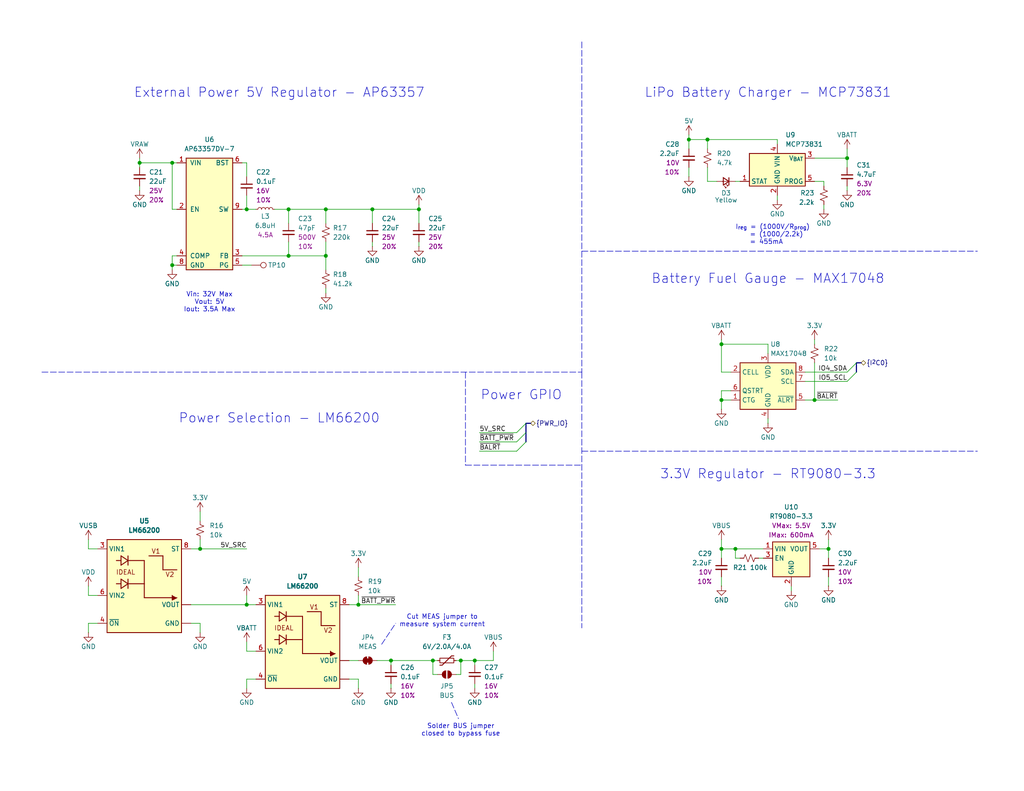
<source format=kicad_sch>
(kicad_sch (version 20231120) (generator "eeschema") (generator_version "8.0")
  (paper "USLetter")
  (title_block (title "Power Generation and Battery Management") (date "2024-12-03") (rev "v01") (company "SparkFun Electronics") (comment 1 "Designed by: Alex Brudner"))
  (lib_symbols
    (symbol "SparkFun-Capacitor:0.1uF_0402_16V_10%" (pin_numbers hide) (pin_names (offset 0.254))
      (property "Reference" "C" (at 0.635 2.54 0))
      (property "Value" "0.1uF" (at 0.635 -2.54 0))
      (property "Voltage" "16V" (at 0 -6.35 0))
      (property "Tolerance" "10%" (at 0 -8.89 0))
      (symbol "0.1uF_0402_16V_10%_1_1"
        (pin passive line (at 0 2.54 270) (length 2.032) (name "~") (number "1"))
        (pin passive line (at 0 -2.54 90) (length 2.032) (name "~") (number "2"))
      )
    )
    (symbol "SparkFun-Capacitor:2.2uF_0402_10V_10%" (pin_numbers hide) (pin_names (offset 0.254))
      (property "Reference" "C" (at 0.635 2.54 0))
      (property "Value" "2.2uF" (at 0.635 -2.54 0))
      (property "Voltage" "10V" (at 0 -6.35 0))
      (property "Tolerance" "10%" (at 0 -8.89 0))
      (symbol "2.2uF_0402_10V_10%_1_1"
        (pin passive line (at 0 2.54 270) (length 2.032) (name "~") (number "1"))
        (pin passive line (at 0 -2.54 90) (length 2.032) (name "~") (number "2"))
      )
    )
    (symbol "SparkFun-Capacitor:22uF_0805_25V_20%" (pin_numbers hide) (pin_names (offset 0.254))
      (property "Reference" "C" (at 0.635 2.54 0))
      (property "Value" "22uF" (at 0.635 -2.54 0))
      (property "Voltage" "25V" (at 0 -6.35 0))
      (property "Tolerance" "20%" (at 0 -8.89 0))
      (symbol "22uF_0805_25V_20%_1_1"
        (pin passive line (at 0 2.54 270) (length 2.032) (name "~") (number "1"))
        (pin passive line (at 0 -2.54 90) (length 2.032) (name "~") (number "2"))
      )
    )
    (symbol "SparkFun-Capacitor:4.7uF_0402_6.3V_10%" (pin_numbers hide) (pin_names (offset 0.254))
      (property "Reference" "C" (at 0.635 2.54 0))
      (property "Value" "4.7uF" (at 0.635 -2.54 0))
      (property "Voltage" "6.3V" (at 0 -6.35 0))
      (property "Tolerance" "20%" (at 0 -8.89 0))
      (symbol "4.7uF_0402_6.3V_10%_1_1"
        (pin passive line (at 0 2.54 270) (length 2.032) (name "~") (number "1"))
        (pin passive line (at 0 -2.54 90) (length 2.032) (name "~") (number "2"))
      )
    )
    (symbol "SparkFun-Capacitor:47pF_0402_500V_10%" (pin_numbers hide) (pin_names (offset 0.254))
      (property "Reference" "C" (at 0.635 2.54 0))
      (property "Value" "47pF" (at 0.635 -2.54 0))
      (property "Voltage" "500V" (at 0 -6.35 0))
      (property "Tolerance" "10%" (at 0 -8.89 0))
      (symbol "47pF_0402_500V_10%_1_1"
        (pin passive line (at 0 2.54 270) (length 2.032) (name "~") (number "1"))
        (pin passive line (at 0 -2.54 90) (length 2.032) (name "~") (number "2"))
      )
    )
    (symbol "SparkFun-Coil:6.8uH_7.3x6.6mm_4.5A" (pin_numbers hide) (pin_names (offset 1.016) hide)
      (property "Reference" "L" (at 0 2.54 0))
      (property "Value" "6.8uH" (at 0 -1.27 0))
      (property "Current" "4.5A" (at 0 -3.81 0))
      (symbol "6.8uH_7.3x6.6mm_4.5A_1_1"
        (pin passive line (at -2.54 0 0) (length 0.508) (name "~") (number "1"))
        (pin passive line (at 2.54 0 180) (length 0.508) (name "~") (number "2"))
      )
    )
    (symbol "SparkFun-Connector:TestPoint_1.0mm" (pin_numbers hide) (pin_names (offset 0.762) hide)
      (property "Reference" "TP" (at 0 5.08 0))
      (symbol "TestPoint_1.0mm_1_1"
        (pin passive line (at 0 0 90) (length 2.54) (name "1") (number "1"))
      )
    )
    (symbol "SparkFun-Fuse:Fuse 6V/2.0A/4.0A" (pin_numbers hide) (pin_names (offset 0))
      (property "Reference" "F" (at 0 2.54 0))
      (property "Value" "6V/2.0A/4.0A" (at 0 -2.54 0))
      (symbol "Fuse 6V/2.0A/4.0A_1_1"
        (pin passive line (at -2.54 0 0) (length 0.635) (name "~") (number "1"))
        (pin passive line (at 2.54 0 180) (length 0.635) (name "~") (number "2"))
      )
    )
    (symbol "SparkFun-IC-Power:AP63357DV-7" (pin_names (offset 1.016))
      (property "Reference" "U" (at 0 16.51 0))
      (property "Value" "AP63357DV-7" (at 0 -16.51 0))
      (symbol "AP63357DV-7_1_1"
        (pin power_in line (at -8.89 13.97 0) (length 2.54) (name "VIN") (number "1"))
        (pin input line (at -8.89 1.27 0) (length 2.54) (name "EN") (number "2"))
        (pin input line (at 8.89 -11.43 180) (length 2.54) (name "FB") (number "3"))
        (pin input line (at -8.89 -11.43 0) (length 2.54) (name "COMP") (number "4"))
        (pin output line (at 8.89 -13.97 180) (length 2.54) (name "PG") (number "5"))
        (pin input line (at 8.89 13.97 180) (length 2.54) (name "BST") (number "6"))
        (pin passive line (at 8.89 1.27 180) (length 2.54) hide (name "NC") (number "7"))
        (pin power_in line (at -8.89 -13.97 0) (length 2.54) (name "GND") (number "8"))
        (pin power_out line (at 8.89 1.27 180) (length 2.54) (name "SW") (number "9"))
      )
    )
    (symbol "SparkFun-IC-Power:LM66200"
      (property "Reference" "U" (at -0.762 12.954 0))
      (property "Value" "LM66200" (at -0.254 -14.986 0))
      (symbol "LM66200_1_0"
        (text "IDEAL" (at -5.08 3.81 0) (effects (font (size 1.27 1.27))))
        (text "V1" (at 3.175 9.525 0) (effects (font (size 1.27 1.27))))
        (text "V2" (at 6.985 3.175 0) (effects (font (size 1.27 1.27))))
        (pin power_out line (at 12.7 -10.16 180) (length 2.54) (name "GND") (number "1"))
        (pin power_out line (at 12.7 -5.08 180) (length 2.54) (name "VOUT") (number "2"))
        (pin power_in line (at -12.7 10.16 0) (length 2.54) (name "VIN1") (number "3"))
        (pin input line (at -12.7 -10.16 0) (length 2.54) (name "~{ON}") (number "4"))
        (pin power_out line (at 12.7 -10.16 180) (length 2.54) hide (name "GND") (number "5"))
        (pin power_in line (at -12.7 -2.54 0) (length 2.54) (name "VIN2") (number "6"))
        (pin power_out line (at 12.7 -5.08 180) (length 2.54) hide (name "VOUT") (number "7"))
        (pin output line (at 12.7 10.16 180) (length 2.54) (name "ST") (number "8"))
      )
    )
    (symbol "SparkFun-IC-Power:MAX17048"
      (property "Reference" "U" (at -6.35 7.62 0))
      (property "Value" "MAX17048" (at 2.54 7.62 0))
      (symbol "MAX17048_1_1"
        (pin input line (at -10.16 -3.81 0) (length 2.54) (name "CTG") (number "1"))
        (pin power_in line (at -10.16 3.81 0) (length 2.54) (name "CELL") (number "2"))
        (pin power_in line (at 0 8.89 270) (length 2.54) (name "VDD") (number "3"))
        (pin power_in line (at 0 -8.89 90) (length 2.54) (name "GND") (number "4"))
        (pin output line (at 10.16 -3.81 180) (length 2.54) (name "~{ALRT}") (number "5"))
        (pin input line (at -10.16 -1.27 0) (length 2.54) (name "QSTRT") (number "6"))
        (pin bidirectional line (at 10.16 1.27 180) (length 2.54) (name "SCL") (number "7"))
        (pin bidirectional line (at 10.16 3.81 180) (length 2.54) (name "SDA") (number "8"))
        (pin power_in line (at 0 -8.89 90) (length 2.54) hide (name "GND") (number "9"))
      )
    )
    (symbol "SparkFun-IC-Power:MCP73831"
      (property "Reference" "U" (at -7.62 6.35 0))
      (property "Value" "MCP73831" (at 1.27 6.35 0))
      (symbol "MCP73831_1_1"
        (pin output line (at -10.16 -2.54 0) (length 2.54) (name "STAT") (number "1"))
        (pin power_in line (at 0 -6.35 90) (length 2.54) (name "GND") (number "2"))
        (pin power_out line (at 10.16 3.81 180) (length 2.54) (name "V_{BAT}") (number "3"))
        (pin power_in line (at 0 7.62 270) (length 2.54) (name "VIN") (number "4"))
        (pin input line (at 10.16 -2.54 180) (length 2.54) (name "PROG") (number "5"))
      )
    )
    (symbol "SparkFun-Jumper:Jumper_Measure" (pin_numbers hide) (pin_names (offset 0) hide)
      (property "Reference" "JP" (at 0 2.032 0))
      (property "Value" "Measure" (at 0 -2.54 0))
      (symbol "Jumper_Measure_1_1"
        (pin passive line (at -2.54 0 0) (length 1.27) (name "A") (number "1"))
        (pin passive line (at 2.54 0 180) (length 1.27) (name "B") (number "2"))
      )
    )
    (symbol "SparkFun-Jumper:SolderJumper_2_Open" (pin_numbers hide) (pin_names (offset 0) hide)
      (property "Reference" "JP" (at 0 2.032 0))
      (property "Value" "~" (at 0 -2.54 0))
      (symbol "SolderJumper_2_Open_1_1"
        (pin passive line (at -2.54 0 0) (length 1.27) (name "A") (number "1"))
        (pin passive line (at 2.54 0 180) (length 1.27) (name "B") (number "2"))
      )
    )
    (symbol "SparkFun-LED:LED_Yellow_0603" (pin_numbers hide) (pin_names (offset 1.016) hide)
      (property "Reference" "D" (at 0 2.54 0))
      (property "Value" "Yellow" (at 0 -2.54 0))
      (symbol "LED_Yellow_0603_1_1"
        (pin passive line (at -2.54 0 0) (length 1.778) (name "K") (number "1"))
        (pin passive line (at 2.54 0 180) (length 1.778) (name "A") (number "2"))
      )
    )
    (symbol "SparkFun-PowerSymbol:3.3V" (power) (pin_names (offset 0))
      (property "Value" "3.3V" (at 0 3.81 0))
      (symbol "3.3V_1_1"
        (pin power_in line (at 0 0 90) (length 0) hide (name "3.3V") (number "1"))
      )
    )
    (symbol "SparkFun-PowerSymbol:5V" (power) (pin_names (offset 0))
      (property "Value" "5V" (at 0 3.81 0))
      (symbol "5V_1_1"
        (pin power_in line (at 0 0 90) (length 0) hide (name "5V") (number "1"))
      )
    )
    (symbol "SparkFun-PowerSymbol:VBATT" (power) (pin_names (offset 0))
      (property "Value" "VBATT" (at 0 3.81 0))
      (symbol "VBATT_1_1"
        (pin power_in line (at 0 0 90) (length 0) hide (name "VBATT") (number "1"))
      )
    )
    (symbol "SparkFun-PowerSymbol:VBUS" (power) (pin_names (offset 0))
      (property "Value" "VBUS" (at 0 3.81 0))
      (symbol "VBUS_1_1"
        (pin power_in line (at 0 0 90) (length 0) hide (name "VBUS") (number "1"))
      )
    )
    (symbol "SparkFun-PowerSymbol:VDD" (power) (pin_names (offset 0))
      (property "Value" "VDD" (at 0 3.81 0))
      (symbol "VDD_1_1"
        (pin power_in line (at 0 0 90) (length 0) hide (name "VDD") (number "1"))
      )
    )
    (symbol "SparkFun-PowerSymbol:VRAW" (power) (pin_names (offset 0))
      (property "Value" "VRAW" (at 0 3.81 0))
      (symbol "VRAW_1_1"
        (pin power_in line (at 0 0 90) (length 0) hide (name "VRAW") (number "1"))
      )
    )
    (symbol "SparkFun-PowerSymbol:VUSB" (power) (pin_names (offset 0))
      (property "Value" "VUSB" (at 0 3.81 0))
      (symbol "VUSB_1_1"
        (pin power_in line (at 0 0 90) (length 0) hide (name "VUSB") (number "1"))
      )
    )
    (symbol "SparkFun-Regulator:RT9080-3.3"
      (property "Reference" "U3" (at 0 13.97 0))
      (property "Value" "RT9080-3.3" (at 0 11.43 0))
      (property "VMax" "5.5V" (at 0 8.89 0) (show_name))
      (property "IMax" "600mA" (at 0 6.35 0) (show_name))
      (symbol "RT9080-3.3_1_1"
        (pin power_in line (at -7.62 2.54 0) (length 2.54) (name "VIN") (number "1"))
        (pin power_in line (at 0 -7.62 90) (length 2.54) (name "GND") (number "2"))
        (pin input line (at -7.62 0 0) (length 2.54) (name "EN") (number "3"))
        (pin no_connect line (at 5.08 0 180) (length 2.54) hide (name "NC") (number "4"))
        (pin power_out line (at 7.62 2.54 180) (length 2.54) (name "VOUT") (number "5"))
      )
    )
    (symbol "SparkFun-Resistor:100k_0402" (pin_numbers hide) (pin_names (offset 0))
      (property "Reference" "R" (at 0 -2.54 0))
      (property "Value" "100k" (at 0 2.54 0))
      (symbol "100k_0402_1_1"
        (pin passive line (at -2.54 0 0) (length 1.016) (name "~") (number "1"))
        (pin passive line (at 2.54 0 180) (length 1.016) (name "~") (number "2"))
      )
    )
    (symbol "SparkFun-Resistor:10k_0402" (pin_numbers hide) (pin_names (offset 0))
      (property "Reference" "R" (at 0 -2.54 0))
      (property "Value" "10k" (at 0 2.54 0))
      (symbol "10k_0402_1_1"
        (pin passive line (at -2.54 0 0) (length 1.016) (name "~") (number "1"))
        (pin passive line (at 2.54 0 180) (length 1.016) (name "~") (number "2"))
      )
    )
    (symbol "SparkFun-Resistor:2.2k_0402" (pin_numbers hide) (pin_names (offset 0))
      (property "Reference" "R" (at 0 -2.54 0))
      (property "Value" "2.2k" (at 0 2.54 0))
      (symbol "2.2k_0402_1_1"
        (pin passive line (at -2.54 0 0) (length 1.016) (name "~") (number "1"))
        (pin passive line (at 2.54 0 180) (length 1.016) (name "~") (number "2"))
      )
    )
    (symbol "SparkFun-Resistor:220k_0402" (pin_numbers hide) (pin_names (offset 0))
      (property "Reference" "R" (at 0 -2.54 0))
      (property "Value" "220k" (at 0 2.54 0))
      (symbol "220k_0402_1_1"
        (pin passive line (at -2.54 0 0) (length 1.016) (name "~") (number "1"))
        (pin passive line (at 2.54 0 180) (length 1.016) (name "~") (number "2"))
      )
    )
    (symbol "SparkFun-Resistor:4.7k_0402" (pin_numbers hide) (pin_names (offset 0))
      (property "Reference" "R" (at 0 -2.54 0))
      (property "Value" "4.7k" (at 0 2.54 0))
      (symbol "4.7k_0402_1_1"
        (pin passive line (at -2.54 0 0) (length 1.016) (name "~") (number "1"))
        (pin passive line (at 2.54 0 180) (length 1.016) (name "~") (number "2"))
      )
    )
    (symbol "SparkFun-Resistor:41.2k_0402" (pin_numbers hide) (pin_names (offset 0))
      (property "Reference" "R" (at 0 -2.54 0))
      (property "Value" "41.2k" (at 0 2.54 0))
      (symbol "41.2k_0402_1_1"
        (pin passive line (at -2.54 0 0) (length 1.016) (name "~") (number "1"))
        (pin passive line (at 2.54 0 180) (length 1.016) (name "~") (number "2"))
      )
    )
    (symbol "power:GND" (power) (pin_numbers hide) (pin_names (offset 0) hide)
      (property "Value" "GND" (at 0 -3.81 0))
      (symbol "GND_1_1"
        (pin power_in line (at 0 0 270) (length 0) (name "~") (number "1"))
      )
    )
  )
  (bus_alias "I^{2}C0" (members "IO5_SCL" "IO4_SDA"))
  (bus_alias "PWR_IO" (members "5V_SRC" "~{BATT_PWR}" "~{BALRT}"))
  (junction (at 46.99 72.39))
  (junction (at 78.74 69.85))
  (junction (at 226.06 149.86))
  (junction (at 54.61 149.86))
  (junction (at 231.14 43.18))
  (junction (at 118.11 180.34))
  (junction (at 196.85 93.98))
  (junction (at 196.85 149.86))
  (junction (at 46.99 44.45))
  (junction (at 114.3 57.15))
  (junction (at 193.04 38.1))
  (junction (at 200.66 149.86))
  (junction (at 106.68 180.34))
  (junction (at 67.31 165.1))
  (junction (at 78.74 57.15))
  (junction (at 222.25 109.22))
  (junction (at 125.73 180.34))
  (junction (at 129.54 180.34))
  (junction (at 101.6 57.15))
  (junction (at 38.1 44.45))
  (junction (at 67.31 57.15))
  (junction (at 97.79 165.1))
  (junction (at 88.9 69.85))
  (junction (at 196.85 109.22))
  (junction (at 187.96 38.1))
  (junction (at 88.9 57.15))
  (bus_entry (at 231.14 101.6) (size 2.54 -2.54))
  (bus_entry (at 140.97 118.11) (size 2.54 -2.54))
  (bus_entry (at 140.97 120.65) (size 2.54 -2.54))
  (bus_entry (at 140.97 123.19) (size 2.54 -2.54))
  (bus_entry (at 231.14 104.14) (size 2.54 -2.54))
  (wire (pts (xy 196.85 109.22) (xy 199.39 109.22)))
  (polyline (pts (xy 127 101.6) (xy 127 127)) (stroke (width 0) (type dash)))
  (wire (pts (xy 46.99 57.15) (xy 46.99 44.45)))
  (wire (pts (xy 67.31 165.1) (xy 67.31 162.56)))
  (wire (pts (xy 215.9 160.02) (xy 215.9 161.29)))
  (wire (pts (xy 101.6 57.15) (xy 101.6 60.96)))
  (wire (pts (xy 88.9 69.85) (xy 88.9 73.66)))
  (wire (pts (xy 224.79 49.53) (xy 222.25 49.53)))
  (wire (pts (xy 114.3 55.88) (xy 114.3 57.15)))
  (wire (pts (xy 106.68 186.69) (xy 106.68 187.96)))
  (wire (pts (xy 78.74 57.15) (xy 78.74 60.96)))
  (wire (pts (xy 129.54 186.69) (xy 129.54 187.96)))
  (wire (pts (xy 38.1 44.45) (xy 38.1 45.72)))
  (wire (pts (xy 200.66 49.53) (xy 201.93 49.53)))
  (wire (pts (xy 129.54 181.61) (xy 129.54 180.34)))
  (wire (pts (xy 54.61 149.86) (xy 52.07 149.86)))
  (wire (pts (xy 24.13 162.56) (xy 24.13 160.02)))
  (wire (pts (xy 95.25 180.34) (xy 97.79 180.34)))
  (wire (pts (xy 114.3 60.96) (xy 114.3 57.15)))
  (wire (pts (xy 187.96 38.1) (xy 193.04 38.1)))
  (wire (pts (xy 88.9 66.04) (xy 88.9 69.85)))
  (wire (pts (xy 67.31 185.42) (xy 69.85 185.42)))
  (wire (pts (xy 222.25 99.06) (xy 222.25 109.22)))
  (wire (pts (xy 130.81 123.19) (xy 140.97 123.19)))
  (wire (pts (xy 196.85 109.22) (xy 196.85 106.68)))
  (wire (pts (xy 38.1 50.8) (xy 38.1 52.07)))
  (wire (pts (xy 67.31 187.96) (xy 67.31 185.42)))
  (wire (pts (xy 78.74 57.15) (xy 88.9 57.15)))
  (polyline (pts (xy 158.75 101.6) (xy 158.75 171.45)) (stroke (width 0) (type dash)))
  (wire (pts (xy 201.93 152.4) (xy 200.66 152.4)))
  (wire (pts (xy 226.06 149.86) (xy 226.06 152.4)))
  (wire (pts (xy 193.04 49.53) (xy 195.58 49.53)))
  (wire (pts (xy 46.99 69.85) (xy 48.26 69.85)))
  (wire (pts (xy 38.1 43.18) (xy 38.1 44.45)))
  (wire (pts (xy 67.31 177.8) (xy 69.85 177.8)))
  (wire (pts (xy 231.14 40.64) (xy 231.14 43.18)))
  (wire (pts (xy 196.85 149.86) (xy 200.66 149.86)))
  (wire (pts (xy 88.9 78.74) (xy 88.9 80.01)))
  (wire (pts (xy 187.96 36.83) (xy 187.96 38.1)))
  (wire (pts (xy 219.71 104.14) (xy 231.14 104.14)))
  (wire (pts (xy 74.93 57.15) (xy 78.74 57.15)))
  (wire (pts (xy 54.61 170.18) (xy 52.07 170.18)))
  (wire (pts (xy 97.79 187.96) (xy 97.79 185.42)))
  (wire (pts (xy 46.99 73.66) (xy 46.99 72.39)))
  (wire (pts (xy 67.31 165.1) (xy 69.85 165.1)))
  (wire (pts (xy 97.79 154.94) (xy 97.79 157.48)))
  (wire (pts (xy 130.81 118.11) (xy 140.97 118.11)))
  (wire (pts (xy 196.85 101.6) (xy 196.85 93.98)))
  (wire (pts (xy 199.39 101.6) (xy 196.85 101.6)))
  (wire (pts (xy 224.79 55.88) (xy 224.79 57.15)))
  (wire (pts (xy 95.25 165.1) (xy 97.79 165.1)))
  (wire (pts (xy 196.85 147.32) (xy 196.85 149.86)))
  (wire (pts (xy 101.6 66.04) (xy 101.6 67.31)))
  (wire (pts (xy 129.54 180.34) (xy 125.73 180.34)))
  (wire (pts (xy 231.14 50.8) (xy 231.14 52.07)))
  (wire (pts (xy 196.85 111.76) (xy 196.85 109.22)))
  (wire (pts (xy 54.61 147.32) (xy 54.61 149.86)))
  (wire (pts (xy 78.74 66.04) (xy 78.74 69.85)))
  (wire (pts (xy 224.79 50.8) (xy 224.79 49.53)))
  (wire (pts (xy 226.06 149.86) (xy 226.06 147.32)))
  (wire (pts (xy 26.67 149.86) (xy 24.13 149.86)))
  (wire (pts (xy 196.85 157.48) (xy 196.85 160.02)))
  (bus (pts (xy 143.51 120.65) (xy 143.51 118.11)))
  (wire (pts (xy 97.79 185.42) (xy 95.25 185.42)))
  (wire (pts (xy 196.85 106.68) (xy 199.39 106.68)))
  (wire (pts (xy 46.99 44.45) (xy 48.26 44.45)))
  (wire (pts (xy 130.81 120.65) (xy 140.97 120.65)))
  (wire (pts (xy 46.99 72.39) (xy 48.26 72.39)))
  (wire (pts (xy 222.25 109.22) (xy 228.6 109.22)))
  (wire (pts (xy 207.01 152.4) (xy 208.28 152.4)))
  (wire (pts (xy 119.38 184.15) (xy 118.11 184.15)))
  (wire (pts (xy 67.31 53.34) (xy 67.31 57.15)))
  (wire (pts (xy 102.87 180.34) (xy 106.68 180.34)))
  (wire (pts (xy 222.25 92.71) (xy 222.25 93.98)))
  (bus (pts (xy 233.68 99.06) (xy 234.95 99.06)))
  (wire (pts (xy 125.73 180.34) (xy 125.73 184.15)))
  (wire (pts (xy 69.85 57.15) (xy 67.31 57.15)))
  (wire (pts (xy 223.52 149.86) (xy 226.06 149.86)))
  (wire (pts (xy 24.13 170.18) (xy 26.67 170.18)))
  (wire (pts (xy 212.09 53.34) (xy 212.09 54.61)))
  (wire (pts (xy 38.1 44.45) (xy 46.99 44.45)))
  (wire (pts (xy 67.31 57.15) (xy 66.04 57.15)))
  (wire (pts (xy 114.3 66.04) (xy 114.3 67.31)))
  (wire (pts (xy 209.55 96.52) (xy 209.55 93.98)))
  (bus (pts (xy 143.51 118.11) (xy 143.51 115.57)))
  (polyline (pts (xy 158.75 11.43) (xy 158.75 101.6)) (stroke (width 0) (type dash)))
  (wire (pts (xy 54.61 149.86) (xy 67.31 149.86)))
  (wire (pts (xy 209.55 114.3) (xy 209.55 115.57)))
  (wire (pts (xy 200.66 149.86) (xy 208.28 149.86)))
  (wire (pts (xy 78.74 69.85) (xy 88.9 69.85)))
  (polyline (pts (xy 11.43 101.6) (xy 158.75 101.6)) (stroke (width 0) (type dash)))
  (polyline (pts (xy 158.75 68.58) (xy 266.7 68.58)) (stroke (width 0) (type dash)))
  (wire (pts (xy 231.14 43.18) (xy 222.25 43.18)))
  (wire (pts (xy 97.79 165.1) (xy 97.79 162.56)))
  (wire (pts (xy 226.06 157.48) (xy 226.06 160.02)))
  (wire (pts (xy 124.46 180.34) (xy 125.73 180.34)))
  (wire (pts (xy 219.71 101.6) (xy 231.14 101.6)))
  (wire (pts (xy 78.74 69.85) (xy 66.04 69.85)))
  (wire (pts (xy 106.68 180.34) (xy 118.11 180.34)))
  (wire (pts (xy 196.85 93.98) (xy 196.85 92.71)))
  (wire (pts (xy 118.11 180.34) (xy 119.38 180.34)))
  (wire (pts (xy 26.67 162.56) (xy 24.13 162.56)))
  (wire (pts (xy 54.61 139.7) (xy 54.61 142.24)))
  (wire (pts (xy 125.73 184.15) (xy 124.46 184.15)))
  (wire (pts (xy 67.31 48.26) (xy 67.31 44.45)))
  (polyline (pts (xy 127 127) (xy 158.75 127)) (stroke (width 0) (type dash)))
  (wire (pts (xy 118.11 184.15) (xy 118.11 180.34)))
  (wire (pts (xy 222.25 109.22) (xy 219.71 109.22)))
  (wire (pts (xy 46.99 72.39) (xy 46.99 69.85)))
  (wire (pts (xy 231.14 45.72) (xy 231.14 43.18)))
  (polyline (pts (xy 123.19 191.77) (xy 125.095 196.215)) (stroke (width 0) (type dash)))
  (wire (pts (xy 193.04 45.72) (xy 193.04 49.53)))
  (wire (pts (xy 187.96 40.64) (xy 187.96 38.1)))
  (wire (pts (xy 212.09 38.1) (xy 212.09 39.37)))
  (wire (pts (xy 134.62 177.8) (xy 134.62 180.34)))
  (bus (pts (xy 143.51 115.57) (xy 144.78 115.57)))
  (wire (pts (xy 196.85 152.4) (xy 196.85 149.86)))
  (wire (pts (xy 67.31 175.26) (xy 67.31 177.8)))
  (wire (pts (xy 24.13 172.72) (xy 24.13 170.18)))
  (wire (pts (xy 114.3 57.15) (xy 101.6 57.15)))
  (wire (pts (xy 67.31 44.45) (xy 66.04 44.45)))
  (wire (pts (xy 52.07 165.1) (xy 67.31 165.1)))
  (wire (pts (xy 193.04 38.1) (xy 212.09 38.1)))
  (wire (pts (xy 134.62 180.34) (xy 129.54 180.34)))
  (wire (pts (xy 24.13 149.86) (xy 24.13 147.32)))
  (wire (pts (xy 106.68 180.34) (xy 106.68 181.61)))
  (bus (pts (xy 233.68 101.6) (xy 233.68 99.06)))
  (wire (pts (xy 101.6 57.15) (xy 88.9 57.15)))
  (wire (pts (xy 187.96 45.72) (xy 187.96 48.26)))
  (wire (pts (xy 209.55 93.98) (xy 196.85 93.98)))
  (wire (pts (xy 200.66 152.4) (xy 200.66 149.86)))
  (wire (pts (xy 66.04 72.39) (xy 68.58 72.39)))
  (wire (pts (xy 193.04 38.1) (xy 193.04 40.64)))
  (wire (pts (xy 88.9 57.15) (xy 88.9 60.96)))
  (wire (pts (xy 97.79 165.1) (xy 107.95 165.1)))
  (polyline (pts (xy 158.75 123.19) (xy 266.7 123.19)) (stroke (width 0) (type dash)))
  (wire (pts (xy 54.61 172.72) (xy 54.61 170.18)))
  (polyline (pts (xy 104.14 175.895) (xy 107.95 170.18)) (stroke (width 0) (type dash)))
  (wire (pts (xy 48.26 57.15) (xy 46.99 57.15)))
  (text "Solder BUS jumper\nclosed to bypass fuse" (at 125.73 199.39 0) (effects (font (size 1.27 1.27))))
  (text "Power Selection - LM66200" (at 76.2 114.3 0) (effects (font (size 2.54 2.54))))
  (text "Battery Fuel Gauge - MAX17048" (at 209.55 76.2 0) (effects (font (size 2.54 2.54))))
  (text "I_{reg} = (1000V/R_{prog}) \n    = (1000/2.2k)\n    = 455mA" (at 200.66 64.135 0) (effects (font (size 1.27 1.27)) (justify left)))
  (text "External Power 5V Regulator - AP63357" (at 76.2 25.4 0) (effects (font (size 2.54 2.54))))
  (text "3.3V Regulator - RT9080-3.3" (at 209.55 129.54 0) (effects (font (size 2.54 2.54))))
  (text "Power GPIO" (at 142.24 107.95 0) (effects (font (size 2.54 2.54))))
  (text "LiPo Battery Charger - MCP73831" (at 209.55 25.4 0) (effects (font (size 2.54 2.54))))
  (text "Vin: 32V Max\nVout: 5V\nIout: 3.5A Max" (at 57.15 82.55 0) (effects (font (size 1.27 1.27) (thickness 0.1588))))
  (text "Cut MEAS jumper to\nmeasure system current" (at 120.65 169.545 0) (effects (font (size 1.27 1.27))))
  (label "~{BALRT}" (at 228.6 109.22 180))
  (label "5V_SRC" (at 67.31 149.86 180))
  (label "IO5_SCL" (at 231.14 104.14 180))
  (label "~{BATT_PWR}" (at 107.95 165.1 180))
  (label "~{BALRT}" (at 130.81 123.19 0))
  (label "5V_SRC" (at 130.81 118.11 0))
  (label "~{BATT_PWR}" (at 130.81 120.65 0))
  (label "IO4_SDA" (at 231.14 101.6 180))
  (hierarchical_label "{I^{2}C0}" (shape bidirectional) (at 234.95 99.06 0))
  (hierarchical_label "{PWR_IO}" (shape bidirectional) (at 144.78 115.57 0))
  (symbol (lib_id "SparkFun-IC-Power:LM66200") (at 39.37 160.02 0) (unit 1)
    (property "Reference" "U5" (at 39.37 142.24 0) (effects (font (bold yes))))
    (property "Value" "LM66200" (at 39.37 144.78 0) (effects (font (bold yes))))
    (property "Footprint" "SparkFun-Semiconductor-Standard:SOT-583-8" (effects (hide yes)))
    (property "Datasheet" "https://www.ti.com/lit/ds/symlink/lm66200.pdf" (effects (hide yes)))
    (property "Description" "Dual ideal diode device with automatic switchover" (effects (hide yes)))
    (property "PROD_ID" "IC-20783" (effects (hide yes)))
  )
  (symbol (lib_id "SparkFun-PowerSymbol:VRAW") (at 38.1 43.18 0) (unit 1)
    (property "Reference" "#PWR075" (effects (hide yes)))
    (property "Value" "VRAW" (at 38.1 39.37 0))
    (property "Description" "Power symbol creates a global label with name \"VRAW\"" (effects (hide yes)))
  )
  (symbol (lib_id "SparkFun-Resistor:10k_0402") (at 97.79 160.02 90) (unit 1)
    (property "Reference" "R19" (at 100.33 158.7499 90) (effects (justify right)))
    (property "Value" "10k" (at 100.33 161.2899 90) (effects (justify right)))
    (property "Footprint" "SparkFun-Resistor:R_0402_1005Metric" (effects (hide yes)))
    (property "Datasheet" "https://www.vishay.com/docs/20035/dcrcwe3.pdf" (effects (hide yes)))
    (property "Description" "Resistor" (effects (hide yes)))
    (property "PROD_ID" "RES-14241" (effects (hide yes)))
  )
  (symbol (lib_id "power:GND") (at 24.13 172.72 0) (unit 1)
    (property "Reference" "#PWR074" (effects (hide yes)))
    (property "Value" "GND" (at 24.13 176.53 0))
    (property "Description" "Power symbol creates a global label with name \"GND\" , ground" (effects (hide yes)))
  )
  (symbol (lib_id "SparkFun-PowerSymbol:VBATT") (at 196.85 92.71 0) (unit 1)
    (property "Reference" "#PWR094" (effects (hide yes)))
    (property "Value" "VBATT" (at 196.85 88.9 0))
    (property "Description" "Power symbol creates a global label with name \"VBATT\"" (effects (hide yes)))
  )
  (symbol (lib_id "SparkFun-PowerSymbol:VBATT") (at 231.14 40.64 0) (unit 1)
    (property "Reference" "#PWR0105" (effects (hide yes)))
    (property "Value" "VBATT" (at 231.14 36.83 0))
    (property "Description" "Power symbol creates a global label with name \"VBATT\"" (effects (hide yes)))
  )
  (symbol (lib_id "SparkFun-Jumper:SolderJumper_2_Open") (at 121.92 184.15 0) (unit 1)
    (property "Reference" "JP5" (at 121.92 187.325 0))
    (property "Value" "BUS" (at 121.92 189.865 0))
    (property "Footprint" "SparkFun-Jumper:Jumper_2_NO" (effects (hide yes)))
    (property "Description" "Solder Jumper, 2-pole, open" (effects (hide yes)))
  )
  (symbol (lib_id "SparkFun-Connector:TestPoint_1.0mm") (at 68.58 72.39 270) (unit 1)
    (property "Reference" "TP10" (at 75.565 72.39 90))
    (property "Value" "1.0mm" (effects (hide yes)))
    (property "Footprint" "SparkFun-Connector:TestPoint-1.0mm" (effects (hide yes)))
    (property "Description" "Test Point" (effects (hide yes)))
  )
  (symbol (lib_id "SparkFun-IC-Power:MAX17048") (at 209.55 105.41 0) (unit 1)
    (property "Reference" "U8" (at 210.185 93.98 0) (effects (justify left)))
    (property "Value" "MAX17048" (at 210.185 96.52 0) (effects (justify left)))
    (property "Footprint" "SparkFun-Semiconductor-Standard:DFN-8" (effects (hide yes)))
    (property "Datasheet" "https://www.analog.com/media/en/technical-documentation/data-sheets/MAX17048-MAX17049.pdf" (effects (hide yes)))
    (property "Description" "Fuela Gauge IC for Batteries" (effects (hide yes)))
    (property "PROD_ID" "IC-12551" (effects (hide yes)))
  )
  (symbol (lib_id "SparkFun-Capacitor:2.2uF_0402_10V_10%") (at 226.06 154.94 0) (unit 1)
    (property "Reference" "C30" (at 228.6 151.1362 0) (effects (justify left)))
    (property "Value" "2.2uF" (at 228.6 153.6762 0) (effects (justify left)))
    (property "Footprint" "SparkFun-Capacitor:C_0402_1005Metric" (effects (hide yes)))
    (property "Datasheet" "https://cdn.sparkfun.com/assets/8/a/4/a/5/Kemet_Capacitor_Datasheet.pdf" (effects (hide yes)))
    (property "Description" "Unpolarized capacitor" (effects (hide yes)))
    (property "PROD_ID" "CAP-14232" (effects (hide yes)))
    (property "Voltage" "10V" (at 228.6 156.2162 0) (effects (justify left)))
    (property "Tolerance" "10%" (at 228.6 158.7562 0) (effects (justify left)))
  )
  (symbol (lib_id "power:GND") (at 106.68 187.96 0) (unit 1)
    (property "Reference" "#PWR089" (effects (hide yes)))
    (property "Value" "GND" (at 106.68 191.77 0))
    (property "Description" "Power symbol creates a global label with name \"GND\" , ground" (effects (hide yes)))
  )
  (symbol (lib_id "power:GND") (at 215.9 161.29 0) (unit 1)
    (property "Reference" "#PWR0100" (effects (hide yes)))
    (property "Value" "GND" (at 215.9 165.1 0))
    (property "Description" "Power symbol creates a global label with name \"GND\" , ground" (effects (hide yes)))
  )
  (symbol (lib_id "SparkFun-PowerSymbol:VDD") (at 114.3 55.88 0) (unit 1)
    (property "Reference" "#PWR087" (effects (hide yes)))
    (property "Value" "VDD" (at 114.3 52.07 0))
    (property "Description" "Power symbol creates a global label with name \"VDD\"" (effects (hide yes)))
  )
  (symbol (lib_id "SparkFun-Capacitor:0.1uF_0402_16V_10%") (at 67.31 50.8 0) (unit 1)
    (property "Reference" "C22" (at 69.85 46.9962 0) (effects (justify left)))
    (property "Value" "0.1uF" (at 69.85 49.5362 0) (effects (justify left)))
    (property "Footprint" "SparkFun-Capacitor:C_0402_1005Metric" (effects (hide yes)))
    (property "Datasheet" "https://cdn.sparkfun.com/assets/8/a/4/a/5/Kemet_Capacitor_Datasheet.pdf" (effects (hide yes)))
    (property "Description" "Unpolarized capacitor" (effects (hide yes)))
    (property "PROD_ID" "CAP-12416" (effects (hide yes)))
    (property "Voltage" "16V" (at 69.85 52.0762 0) (effects (justify left)))
    (property "Tolerance" "10%" (at 69.85 54.6162 0) (effects (justify left)))
  )
  (symbol (lib_id "power:GND") (at 212.09 54.61 0) (unit 1)
    (property "Reference" "#PWR099" (effects (hide yes)))
    (property "Value" "GND" (at 212.09 58.42 0))
    (property "Description" "Power symbol creates a global label with name \"GND\" , ground" (effects (hide yes)))
  )
  (symbol (lib_id "SparkFun-Resistor:41.2k_0402") (at 88.9 76.2 90) (unit 1)
    (property "Reference" "R18" (at 90.805 74.93 90) (effects (justify right)))
    (property "Value" "41.2k" (at 90.805 77.47 90) (effects (justify right)))
    (property "Footprint" "SparkFun-Resistor:R_0402_1005Metric" (effects (hide yes)))
    (property "Datasheet" "https://www.yageo.com/upload/media/product/products/datasheet/rchip/PYu-RC_Group_51_RoHS_L_12.pdf" (effects (hide yes)))
    (property "Description" "Resistor" (effects (hide yes)))
    (property "PROD_ID" "RES-15010" (effects (hide yes)))
  )
  (symbol (lib_id "SparkFun-PowerSymbol:VBUS") (at 196.85 147.32 0) (unit 1)
    (property "Reference" "#PWR096" (effects (hide yes)))
    (property "Value" "VBUS" (at 196.85 143.51 0))
    (property "Description" "Power symbol creates a global label with name \"VBUS\"" (effects (hide yes)))
  )
  (symbol (lib_id "power:GND") (at 196.85 160.02 0) (unit 1)
    (property "Reference" "#PWR097" (effects (hide yes)))
    (property "Value" "GND" (at 196.85 163.83 0))
    (property "Description" "Power symbol creates a global label with name \"GND\" , ground" (effects (hide yes)))
  )
  (symbol (lib_id "power:GND") (at 129.54 187.96 0) (unit 1)
    (property "Reference" "#PWR090" (effects (hide yes)))
    (property "Value" "GND" (at 129.54 191.77 0))
    (property "Description" "Power symbol creates a global label with name \"GND\" , ground" (effects (hide yes)))
  )
  (symbol (lib_id "SparkFun-PowerSymbol:VDD") (at 24.13 160.02 0) (unit 1)
    (property "Reference" "#PWR073" (effects (hide yes)))
    (property "Value" "VDD" (at 24.13 156.21 0))
    (property "Description" "Power symbol creates a global label with name \"VDD\"" (effects (hide yes)))
  )
  (symbol (lib_id "SparkFun-Resistor:10k_0402") (at 222.25 96.52 90) (unit 1)
    (property "Reference" "R22" (at 224.79 95.2499 90) (effects (justify right)))
    (property "Value" "10k" (at 224.79 97.7899 90) (effects (justify right)))
    (property "Footprint" "SparkFun-Resistor:R_0402_1005Metric" (effects (hide yes)))
    (property "Datasheet" "https://www.vishay.com/docs/20035/dcrcwe3.pdf" (effects (hide yes)))
    (property "Description" "Resistor" (effects (hide yes)))
    (property "PROD_ID" "RES-14241" (effects (hide yes)))
  )
  (symbol (lib_id "SparkFun-Capacitor:22uF_0805_25V_20%") (at 114.3 63.5 0) (unit 1)
    (property "Reference" "C25" (at 116.84 59.6962 0) (effects (justify left)))
    (property "Value" "22uF" (at 116.84 62.2362 0) (effects (justify left)))
    (property "Footprint" "SparkFun-Capacitor:C_0805_2012Metric" (effects (hide yes)))
    (property "Datasheet" "https://mm.digikey.com/Volume0/opasdata/d220001/medias/docus/43/CL21A226MOCLRNC_Spec.pdf" (effects (hide yes)))
    (property "Description" "Unpolarized capacitor" (effects (hide yes)))
    (property "PROD_ID" "CAP-23850" (effects (hide yes)))
    (property "Voltage" "25V" (at 116.84 64.7762 0) (effects (justify left)))
    (property "Tolerance" "20%" (at 116.84 67.3162 0) (effects (justify left)))
  )
  (symbol (lib_id "SparkFun-Capacitor:0.1uF_0402_16V_10%") (at 129.54 184.15 0) (unit 1)
    (property "Reference" "C27" (at 132.08 182.245 0) (effects (justify left)))
    (property "Value" "0.1uF" (at 132.08 184.785 0) (effects (justify left)))
    (property "Footprint" "SparkFun-Capacitor:C_0402_1005Metric" (effects (hide yes)))
    (property "Datasheet" "https://cdn.sparkfun.com/assets/8/a/4/a/5/Kemet_Capacitor_Datasheet.pdf" (effects (hide yes)))
    (property "Description" "Unpolarized capacitor" (effects (hide yes)))
    (property "PROD_ID" "CAP-12416" (effects (hide yes)))
    (property "Voltage" "16V" (at 132.08 187.325 0) (effects (justify left)))
    (property "Tolerance" "10%" (at 132.08 189.865 0) (effects (justify left)))
  )
  (symbol (lib_id "SparkFun-Capacitor:4.7uF_0402_6.3V_10%") (at 231.14 48.26 0) (unit 1)
    (property "Reference" "C31" (at 233.68 45.085 0) (effects (justify left)))
    (property "Value" "4.7uF" (at 233.68 47.625 0) (effects (justify left)))
    (property "Footprint" "SparkFun-Capacitor:C_0402_1005Metric" (effects (hide yes)))
    (property "Datasheet" "https://cdn.sparkfun.com/assets/8/a/4/a/5/Kemet_Capacitor_Datasheet.pdf" (effects (hide yes)))
    (property "Description" "Unpolarized capacitor" (effects (hide yes)))
    (property "PROD_ID" "CAP-14240" (effects (hide yes)))
    (property "Voltage" "6.3V" (at 233.68 50.165 0) (effects (justify left)))
    (property "Tolerance" "20%" (at 233.68 52.705 0) (effects (justify left)))
  )
  (symbol (lib_id "SparkFun-Capacitor:0.1uF_0402_16V_10%") (at 106.68 184.15 0) (unit 1)
    (property "Reference" "C26" (at 109.22 182.245 0) (effects (justify left)))
    (property "Value" "0.1uF" (at 109.22 184.785 0) (effects (justify left)))
    (property "Footprint" "SparkFun-Capacitor:C_0402_1005Metric" (effects (hide yes)))
    (property "Datasheet" "https://cdn.sparkfun.com/assets/8/a/4/a/5/Kemet_Capacitor_Datasheet.pdf" (effects (hide yes)))
    (property "Description" "Unpolarized capacitor" (effects (hide yes)))
    (property "PROD_ID" "CAP-12416" (effects (hide yes)))
    (property "Voltage" "16V" (at 109.22 187.325 0) (effects (justify left)))
    (property "Tolerance" "10%" (at 109.22 189.865 0) (effects (justify left)))
  )
  (symbol (lib_id "SparkFun-Capacitor:2.2uF_0402_10V_10%") (at 187.96 43.18 0) (mirror y) (unit 1)
    (property "Reference" "C28" (at 185.42 39.3762 0) (effects (justify left)))
    (property "Value" "2.2uF" (at 185.42 41.9162 0) (effects (justify left)))
    (property "Footprint" "SparkFun-Capacitor:C_0402_1005Metric" (effects (hide yes)))
    (property "Datasheet" "https://cdn.sparkfun.com/assets/8/a/4/a/5/Kemet_Capacitor_Datasheet.pdf" (effects (hide yes)))
    (property "Description" "Unpolarized capacitor" (effects (hide yes)))
    (property "PROD_ID" "CAP-14232" (effects (hide yes)))
    (property "Voltage" "10V" (at 185.42 44.4562 0) (effects (justify left)))
    (property "Tolerance" "10%" (at 185.42 46.9962 0) (effects (justify left)))
  )
  (symbol (lib_id "power:GND") (at 231.14 52.07 0) (unit 1)
    (property "Reference" "#PWR0106" (effects (hide yes)))
    (property "Value" "GND" (at 231.14 55.88 0))
    (property "Description" "Power symbol creates a global label with name \"GND\" , ground" (effects (hide yes)))
  )
  (symbol (lib_id "power:GND") (at 226.06 160.02 0) (unit 1)
    (property "Reference" "#PWR0104" (effects (hide yes)))
    (property "Value" "GND" (at 226.06 163.83 0))
    (property "Description" "Power symbol creates a global label with name \"GND\" , ground" (effects (hide yes)))
  )
  (symbol (lib_id "SparkFun-Capacitor:22uF_0805_25V_20%") (at 101.6 63.5 0) (unit 1)
    (property "Reference" "C24" (at 104.14 59.6962 0) (effects (justify left)))
    (property "Value" "22uF" (at 104.14 62.2362 0) (effects (justify left)))
    (property "Footprint" "SparkFun-Capacitor:C_0805_2012Metric" (effects (hide yes)))
    (property "Datasheet" "https://mm.digikey.com/Volume0/opasdata/d220001/medias/docus/43/CL21A226MOCLRNC_Spec.pdf" (effects (hide yes)))
    (property "Description" "Unpolarized capacitor" (effects (hide yes)))
    (property "PROD_ID" "CAP-23850" (effects (hide yes)))
    (property "Voltage" "25V" (at 104.14 64.7762 0) (effects (justify left)))
    (property "Tolerance" "20%" (at 104.14 67.3162 0) (effects (justify left)))
  )
  (symbol (lib_id "SparkFun-Coil:6.8uH_7.3x6.6mm_4.5A") (at 72.39 57.15 0) (unit 1)
    (property "Reference" "L3" (at 72.39 59.055 0))
    (property "Value" "6.8uH" (at 72.39 61.595 0))
    (property "Footprint" "SparkFun-Coil:Inductor_7.3x6.6mm" (effects (hide yes)))
    (property "Datasheet" "https://productfinder.pulseelectronics.com/api/open/part-attachments/datasheet/BMRA000606306R8MA1" (effects (hide yes)))
    (property "Description" "Inductor" (effects (hide yes)))
    (property "PROD_ID" "NDUC-17223" (effects (hide yes)))
    (property "Current" "4.5A" (at 72.39 64.135 0))
  )
  (symbol (lib_id "SparkFun-IC-Power:MCP73831") (at 212.09 46.99 0) (unit 1)
    (property "Reference" "U9" (at 214.2841 36.83 0) (effects (justify left)))
    (property "Value" "MCP73831" (at 214.2841 39.37 0) (effects (justify left)))
    (property "Footprint" "SparkFun-Semiconductor-Standard:SOT23-5" (effects (hide yes)))
    (property "Datasheet" "http://ww1.microchip.com/downloads/en/DeviceDoc/20001984g.pdf" (effects (hide yes)))
    (property "Description" "Single cell, Li-Ion/Li-Po charge management controller, 4.50V, Tri-State Status Output, in SOT23-5 package" (effects (hide yes)))
    (property "PROD_ID" "IC-09995" (effects (hide yes)))
  )
  (symbol (lib_id "SparkFun-Fuse:Fuse 6V/2.0A/4.0A") (at 121.92 180.34 0) (unit 1)
    (property "Reference" "F3" (at 121.92 173.99 0))
    (property "Value" "6V/2.0A/4.0A" (at 121.92 176.53 0))
    (property "Footprint" "SparkFun-Fuse:1210" (effects (hide yes)))
    (property "Datasheet" "https://www.belfuse.com/resources/datasheets/circuitprotection/ds-cp-0zch-series.pdf" (effects (hide yes)))
    (property "Description" "Resettable fuse 2A" (effects (hide yes)))
    (property "PROD_ID" "RES-14313" (effects (hide yes)))
  )
  (symbol (lib_id "power:GND") (at 97.79 187.96 0) (unit 1)
    (property "Reference" "#PWR086" (effects (hide yes)))
    (property "Value" "GND" (at 97.79 191.77 0))
    (property "Description" "Power symbol creates a global label with name \"GND\" , ground" (effects (hide yes)))
  )
  (symbol (lib_id "SparkFun-PowerSymbol:3.3V") (at 226.06 147.32 0) (unit 1)
    (property "Reference" "#PWR0103" (effects (hide yes)))
    (property "Value" "3.3V" (at 226.06 143.51 0))
    (property "Description" "Power symbol creates a global label with name \"3.3V\"" (effects (hide yes)))
  )
  (symbol (lib_id "power:GND") (at 101.6 67.31 0) (unit 1)
    (property "Reference" "#PWR084" (effects (hide yes)))
    (property "Value" "GND" (at 101.6 71.12 0))
    (property "Description" "Power symbol creates a global label with name \"GND\" , ground" (effects (hide yes)))
  )
  (symbol (lib_id "SparkFun-Capacitor:47pF_0402_500V_10%") (at 78.74 63.5 0) (unit 1)
    (property "Reference" "C23" (at 81.28 59.6962 0) (effects (justify left)))
    (property "Value" "47pF" (at 81.28 62.2362 0) (effects (justify left)))
    (property "Footprint" "SparkFun-Capacitor:C_0402_1005Metric" (effects (hide yes)))
    (property "Datasheet" "https://cdn.sparkfun.com/assets/8/a/4/a/5/Kemet_Capacitor_Datasheet.pdf" (effects (hide yes)))
    (property "Description" "Unpolarized capacitor" (effects (hide yes)))
    (property "PROD_ID" "CAP-15063" (effects (hide yes)))
    (property "Voltage" "500V" (at 81.28 64.7762 0) (effects (justify left)))
    (property "Tolerance" "10%" (at 81.28 67.3162 0) (effects (justify left)))
  )
  (symbol (lib_id "power:GND") (at 224.79 57.15 0) (unit 1)
    (property "Reference" "#PWR0102" (effects (hide yes)))
    (property "Value" "GND" (at 224.79 60.96 0))
    (property "Description" "Power symbol creates a global label with name \"GND\" , ground" (effects (hide yes)))
  )
  (symbol (lib_id "SparkFun-Resistor:10k_0402") (at 54.61 144.78 90) (unit 1)
    (property "Reference" "R16" (at 57.15 143.5099 90) (effects (justify right)))
    (property "Value" "10k" (at 57.15 146.0499 90) (effects (justify right)))
    (property "Footprint" "SparkFun-Resistor:R_0402_1005Metric" (effects (hide yes)))
    (property "Datasheet" "https://www.vishay.com/docs/20035/dcrcwe3.pdf" (effects (hide yes)))
    (property "Description" "Resistor" (effects (hide yes)))
    (property "PROD_ID" "RES-14241" (effects (hide yes)))
  )
  (symbol (lib_id "SparkFun-Resistor:4.7k_0402") (at 193.04 43.18 90) (unit 1)
    (property "Reference" "R20" (at 195.58 41.9099 90) (effects (justify right)))
    (property "Value" "4.7k" (at 195.58 44.4499 90) (effects (justify right)))
    (property "Footprint" "SparkFun-Resistor:R_0402_1005Metric" (effects (hide yes)))
    (property "Datasheet" "https://www.vishay.com/docs/20035/dcrcwe3.pdf" (effects (hide yes)))
    (property "Description" "Resistor" (effects (hide yes)))
    (property "PROD_ID" "RES-15343" (effects (hide yes)))
  )
  (symbol (lib_id "SparkFun-PowerSymbol:5V") (at 187.96 36.83 0) (unit 1)
    (property "Reference" "#PWR092" (effects (hide yes)))
    (property "Value" "5V" (at 187.96 33.02 0))
    (property "Description" "Power symbol creates a global label with name \"5V\"" (effects (hide yes)))
  )
  (symbol (lib_id "power:GND") (at 67.31 187.96 0) (unit 1)
    (property "Reference" "#PWR082" (effects (hide yes)))
    (property "Value" "GND" (at 67.31 191.77 0))
    (property "Description" "Power symbol creates a global label with name \"GND\" , ground" (effects (hide yes)))
  )
  (symbol (lib_id "SparkFun-PowerSymbol:3.3V") (at 54.61 139.7 0) (unit 1)
    (property "Reference" "#PWR078" (effects (hide yes)))
    (property "Value" "3.3V" (at 54.61 135.89 0))
    (property "Description" "Power symbol creates a global label with name \"3.3V\"" (effects (hide yes)))
  )
  (symbol (lib_id "SparkFun-Resistor:100k_0402") (at 204.47 152.4 0) (unit 1)
    (property "Reference" "R21" (at 201.93 154.94 0))
    (property "Value" "100k" (at 207.01 154.94 0))
    (property "Footprint" "SparkFun-Resistor:R_0402_1005Metric" (effects (hide yes)))
    (property "Datasheet" "https://www.vishay.com/docs/20035/dcrcwe3.pdf" (effects (hide yes)))
    (property "Description" "Resistor" (effects (hide yes)))
    (property "PROD_ID" "RES-13495" (effects (hide yes)))
  )
  (symbol (lib_id "power:GND") (at 114.3 67.31 0) (unit 1)
    (property "Reference" "#PWR088" (effects (hide yes)))
    (property "Value" "GND" (at 114.3 71.12 0))
    (property "Description" "Power symbol creates a global label with name \"GND\" , ground" (effects (hide yes)))
  )
  (symbol (lib_id "SparkFun-PowerSymbol:VUSB") (at 24.13 147.32 0) (unit 1)
    (property "Reference" "#PWR072" (effects (hide yes)))
    (property "Value" "VUSB" (at 24.13 143.51 0))
    (property "Description" "Power symbol creates a global label with name \"VUSB\"" (effects (hide yes)))
  )
  (symbol (lib_id "SparkFun-Capacitor:2.2uF_0402_10V_10%") (at 196.85 154.94 0) (mirror y) (unit 1)
    (property "Reference" "C29" (at 194.31 151.1362 0) (effects (justify left)))
    (property "Value" "2.2uF" (at 194.31 153.6762 0) (effects (justify left)))
    (property "Footprint" "SparkFun-Capacitor:C_0402_1005Metric" (effects (hide yes)))
    (property "Datasheet" "https://cdn.sparkfun.com/assets/8/a/4/a/5/Kemet_Capacitor_Datasheet.pdf" (effects (hide yes)))
    (property "Description" "Unpolarized capacitor" (effects (hide yes)))
    (property "PROD_ID" "CAP-14232" (effects (hide yes)))
    (property "Voltage" "10V" (at 194.31 156.2162 0) (effects (justify left)))
    (property "Tolerance" "10%" (at 194.31 158.7562 0) (effects (justify left)))
  )
  (symbol (lib_id "SparkFun-Capacitor:22uF_0805_25V_20%") (at 38.1 48.26 0) (unit 1)
    (property "Reference" "C21" (at 40.64 46.99 0) (effects (justify left)))
    (property "Value" "22uF" (at 40.64 49.53 0) (effects (justify left)))
    (property "Footprint" "SparkFun-Capacitor:C_0805_2012Metric" (effects (hide yes)))
    (property "Datasheet" "https://mm.digikey.com/Volume0/opasdata/d220001/medias/docus/43/CL21A226MOCLRNC_Spec.pdf" (effects (hide yes)))
    (property "Description" "Unpolarized capacitor" (effects (hide yes)))
    (property "PROD_ID" "CAP-23850" (effects (hide yes)))
    (property "Voltage" "25V" (at 40.64 52.07 0) (effects (justify left)))
    (property "Tolerance" "20%" (at 40.64 54.61 0) (effects (justify left)))
  )
  (symbol (lib_id "power:GND") (at 88.9 80.01 0) (unit 1)
    (property "Reference" "#PWR083" (effects (hide yes)))
    (property "Value" "GND" (at 88.9 83.82 0))
    (property "Description" "Power symbol creates a global label with name \"GND\" , ground" (effects (hide yes)))
  )
  (symbol (lib_id "SparkFun-IC-Power:AP63357DV-7") (at 57.15 58.42 0) (unit 1)
    (property "Reference" "U6" (at 57.15 38.1 0))
    (property "Value" "AP63357DV-7" (at 57.15 40.64 0))
    (property "Footprint" "SparkFun-Semiconductor-Standard:PowerVFDFN-13" (effects (hide yes)))
    (property "Datasheet" "https://www.diodes.com/assets/Datasheets/AP63356-AP63357.pdf" (effects (hide yes)))
    (property "Description" "Buck Regulator, Vin=3.8-32V, Iout=3.5A, Adjustable output voltage, V-DFN3020-13 package" (effects (hide yes)))
    (property "PROD_ID" "IC-17224" (effects (hide yes)))
    (property "Imax" "3.5A" (effects (hide yes)))
    (property "VIn" "32V" (effects (hide yes)))
  )
  (symbol (lib_id "SparkFun-Resistor:220k_0402") (at 88.9 63.5 90) (unit 1)
    (property "Reference" "R17" (at 90.805 62.23 90) (effects (justify right)))
    (property "Value" "220k" (at 90.805 64.77 90) (effects (justify right)))
    (property "Footprint" "SparkFun-Resistor:R_0402_1005Metric" (effects (hide yes)))
    (property "Datasheet" "https://www.te.com/usa-en/product-5-2176337-3.datasheet.pdf" (effects (hide yes)))
    (property "Description" "Resistor" (effects (hide yes)))
    (property "PROD_ID" "RES-15094" (effects (hide yes)))
  )
  (symbol (lib_id "power:GND") (at 196.85 111.76 0) (unit 1)
    (property "Reference" "#PWR095" (effects (hide yes)))
    (property "Value" "GND" (at 196.85 115.57 0))
    (property "Description" "Power symbol creates a global label with name \"GND\" , ground" (effects (hide yes)))
  )
  (symbol (lib_id "SparkFun-Regulator:RT9080-3.3") (at 215.9 152.4 0) (unit 1)
    (property "Reference" "U10" (at 215.9 138.43 0))
    (property "Value" "RT9080-3.3" (at 215.9 140.97 0))
    (property "Footprint" "SparkFun-Semiconductor-Standard:SOT23-5" (effects (hide yes)))
    (property "Datasheet" "https://www.richtek.com/SaveDownload.aspx?specid=RT9080" (effects (hide yes)))
    (property "Description" "600mA low dropout linear regulator, with enable pin, 3.8V-6V input voltage range, 3.3V fixed positive output, SOT-23-5" (effects (hide yes)))
    (property "PROD_ID" "VREG-19034" (effects (hide yes)))
    (property "VMax" "5.5V" (at 215.9 143.51 0) (show_name yes))
    (property "IMax" "600mA" (at 215.9 146.05 0) (show_name yes))
    (property "Iq" "4µA" (effects (hide yes)))
  )
  (symbol (lib_id "power:GND") (at 46.99 73.66 0) (unit 1)
    (property "Reference" "#PWR077" (effects (hide yes)))
    (property "Value" "GND" (at 46.99 77.47 0))
    (property "Description" "Power symbol creates a global label with name \"GND\" , ground" (effects (hide yes)))
  )
  (symbol (lib_id "SparkFun-Jumper:Jumper_Measure") (at 100.33 180.34 0) (unit 1)
    (property "Reference" "JP4" (at 100.33 173.99 0))
    (property "Value" "MEAS" (at 100.33 176.53 0))
    (property "Footprint" "SparkFun-Jumper:Jumper_2_PTH_SMD_Combo-NC" (effects (hide yes)))
    (property "Description" "Solder Jumper, 2-pole, closed/bridged" (effects (hide yes)))
  )
  (symbol (lib_id "power:GND") (at 54.61 172.72 0) (unit 1)
    (property "Reference" "#PWR079" (effects (hide yes)))
    (property "Value" "GND" (at 54.61 176.53 0))
    (property "Description" "Power symbol creates a global label with name \"GND\" , ground" (effects (hide yes)))
  )
  (symbol (lib_id "SparkFun-PowerSymbol:3.3V") (at 97.79 154.94 0) (unit 1)
    (property "Reference" "#PWR085" (effects (hide yes)))
    (property "Value" "3.3V" (at 97.79 151.13 0))
    (property "Description" "Power symbol creates a global label with name \"3.3V\"" (effects (hide yes)))
  )
  (symbol (lib_id "SparkFun-PowerSymbol:VBUS") (at 134.62 177.8 0) (unit 1)
    (property "Reference" "#PWR091" (effects (hide yes)))
    (property "Value" "VBUS" (at 134.62 173.99 0))
    (property "Description" "Power symbol creates a global label with name \"VBUS\"" (effects (hide yes)))
  )
  (symbol (lib_id "SparkFun-Resistor:2.2k_0402") (at 224.79 53.34 90) (unit 1)
    (property "Reference" "R23" (at 222.25 52.705 90) (effects (justify left)))
    (property "Value" "2.2k" (at 222.25 55.245 90) (effects (justify left)))
    (property "Footprint" "SparkFun-Resistor:R_0402_1005Metric" (effects (hide yes)))
    (property "Datasheet" "https://www.vishay.com/docs/20035/dcrcwe3.pdf" (effects (hide yes)))
    (property "Description" "Resistor" (effects (hide yes)))
    (property "PROD_ID" "RES-14341" (effects (hide yes)))
  )
  (symbol (lib_id "SparkFun-PowerSymbol:3.3V") (at 222.25 92.71 0) (unit 1)
    (property "Reference" "#PWR0101" (effects (hide yes)))
    (property "Value" "3.3V" (at 222.25 88.9 0))
    (property "Description" "Power symbol creates a global label with name \"3.3V\"" (effects (hide yes)))
  )
  (symbol (lib_id "SparkFun-PowerSymbol:VBATT") (at 67.31 175.26 0) (unit 1)
    (property "Reference" "#PWR081" (effects (hide yes)))
    (property "Value" "VBATT" (at 67.31 171.45 0))
    (property "Description" "Power symbol creates a global label with name \"VBATT\"" (effects (hide yes)))
  )
  (symbol (lib_id "SparkFun-IC-Power:LM66200") (at 82.55 175.26 0) (unit 1)
    (property "Reference" "U7" (at 82.55 157.48 0) (effects (font (bold yes))))
    (property "Value" "LM66200" (at 82.55 160.02 0) (effects (font (bold yes))))
    (property "Footprint" "SparkFun-Semiconductor-Standard:SOT-583-8" (effects (hide yes)))
    (property "Datasheet" "https://www.ti.com/lit/ds/symlink/lm66200.pdf" (effects (hide yes)))
    (property "Description" "Dual ideal diode device with automatic switchover" (effects (hide yes)))
    (property "PROD_ID" "IC-20783" (effects (hide yes)))
  )
  (symbol (lib_id "power:GND") (at 187.96 48.26 0) (unit 1)
    (property "Reference" "#PWR093" (effects (hide yes)))
    (property "Value" "GND" (at 187.96 52.07 0))
    (property "Description" "Power symbol creates a global label with name \"GND\" , ground" (effects (hide yes)))
  )
  (symbol (lib_id "power:GND") (at 209.55 115.57 0) (unit 1)
    (property "Reference" "#PWR098" (effects (hide yes)))
    (property "Value" "GND" (at 209.55 119.38 0))
    (property "Description" "Power symbol creates a global label with name \"GND\" , ground" (effects (hide yes)))
  )
  (symbol (lib_id "SparkFun-PowerSymbol:5V") (at 67.31 162.56 0) (unit 1)
    (property "Reference" "#PWR080" (effects (hide yes)))
    (property "Value" "5V" (at 67.31 158.75 0))
    (property "Description" "Power symbol creates a global label with name \"5V\"" (effects (hide yes)))
  )
  (symbol (lib_id "SparkFun-LED:LED_Yellow_0603") (at 198.12 49.53 180) (unit 1)
    (property "Reference" "D3" (at 198.12 52.705 0))
    (property "Value" "Yellow" (at 198.12 54.61 0))
    (property "Footprint" "SparkFun-LED:LED_0603_1608Metric_Yellow" (effects (hide yes)))
    (property "Datasheet" "https://www.kingbrightusa.com/images/catalog/SPEC/APT1608SYCK.pdf" (effects (hide yes)))
    (property "Description" "Light emitting diode" (effects (hide yes)))
    (property "PROD_ID" "DIO-09003" (effects (hide yes)))
  )
  (symbol (lib_id "power:GND") (at 38.1 52.07 0) (unit 1)
    (property "Reference" "#PWR076" (effects (hide yes)))
    (property "Value" "GND" (at 38.1 55.88 0))
    (property "Description" "Power symbol creates a global label with name \"GND\" , ground" (effects (hide yes)))
  )
)
</source>
